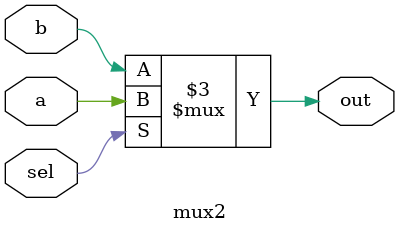
<source format=v>
module mux2(out,a,b,sel);
    input a,b,sel;
    output reg out;

    always @(*) begin
        if(sel) out = a;
        else out = b;
    end
endmodule : mux2

// using the verilator to check about it verilator --lint-only -Wall mux.v
</source>
